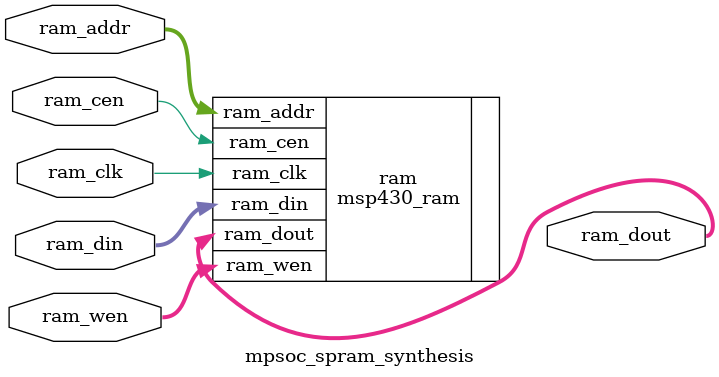
<source format=sv>

/* Copyright (c) 2015-2016 by the author(s)
 *
 * Redistribution and use in source and binary forms, with or without
 * modification, are permitted provided that the following conditions
 * are met:
 *     * Redistributions of source code must retain the above copyright
 *       notice, this list of conditions and the following disclaimer.
 *     * Redistributions in binary form must reproduce the above copyright
 *       notice, this list of conditions and the following disclaimer in the
 *       documentation and/or other materials provided with the distribution.
 *     * Neither the name of the authors nor the names of its contributors
 *       may be used to endorse or promote products derived from this software
 *       without specific prior written permission.
 *
 * THIS SOFTWARE IS PROVIDED BY THE COPYRIGHT HOLDERS AND CONTRIBUTORS "AS IS"
 * AND ANY EXPRESS OR IMPLIED WARRANTIES, INCLUDING, BUT NOT LIMITED TO, THE
 * IMPLIED WARRANTIES OF MERCHANTABILITY AND FITNESS FOR A PARTICULAR PURPOSE
 * ARE DISCLAIMED. IN NO EVENT SHALL THE COPYRIGHT HOLDER OR CONTRIBUTORS BE
 * LIABLE FOR ANY DIRECT, INDIRECT, INCIDENTAL, SPECIAL, EXEMPLARY,
 * OR CONSEQUENTIAL DAMAGES (INCLUDING, BUT NOT LIMITED TO, PROCUREMENT OF
 * SUBSTITUTE GOODS OR SERVICES; LOSS OF USE, DATA, OR PROFITS; OR BUSINESS
 * INTERRUPTION) HOWEVER CAUSED AND ON ANY THEORY OF LIABILITY, WHETHER IN
 * CONTRACT, STRICT LIABILITY, OR TORT (INCLUDING NEGLIGENCE OR OTHERWISE)
 * ARISING IN ANY WAY OUT OF THE USE OF THIS SOFTWARE, EVEN IF ADVISED OF
 * THE POSSIBILITY OF SUCH DAMAGE
 *
 * =============================================================================
 * Author(s):
 *   Olivier Girard <olgirard@gmail.com>
 *   Paco Reina Campo <pacoreinacampo@queenfield.tech>
 */

module mpsoc_spram_synthesis #(
  parameter AW       = 6,   // Address bus
  parameter DW       = 16,  // Data bus
  parameter MEM_SIZE = 256  // Memory size in bytes
) (
  input ram_clk,  // RAM clock

  input  [AW-1:0] ram_addr,  // RAM address
  output [DW-1:0] ram_dout,  // RAM data output
  input  [DW-1:0] ram_din,   // RAM data input
  input           ram_cen,   // RAM chip enable (low active)
  input  [   1:0] ram_wen    // RAM write enable (low active)
);

  //////////////////////////////////////////////////////////////////
  //
  // Module Body
  //

  // DUT AHB3
  msp430_ram #(
    .AW      (AW),
    .DW      (DW),
    .MEM_SIZE(MEM_SIZE)
  ) ram (
    .ram_clk(ram_clk),

    .ram_addr(ram_addr),
    .ram_dout(ram_dout),
    .ram_din (ram_din),
    .ram_cen (ram_cen),
    .ram_wen (ram_wen)
  );
endmodule  // msp430_ram

</source>
